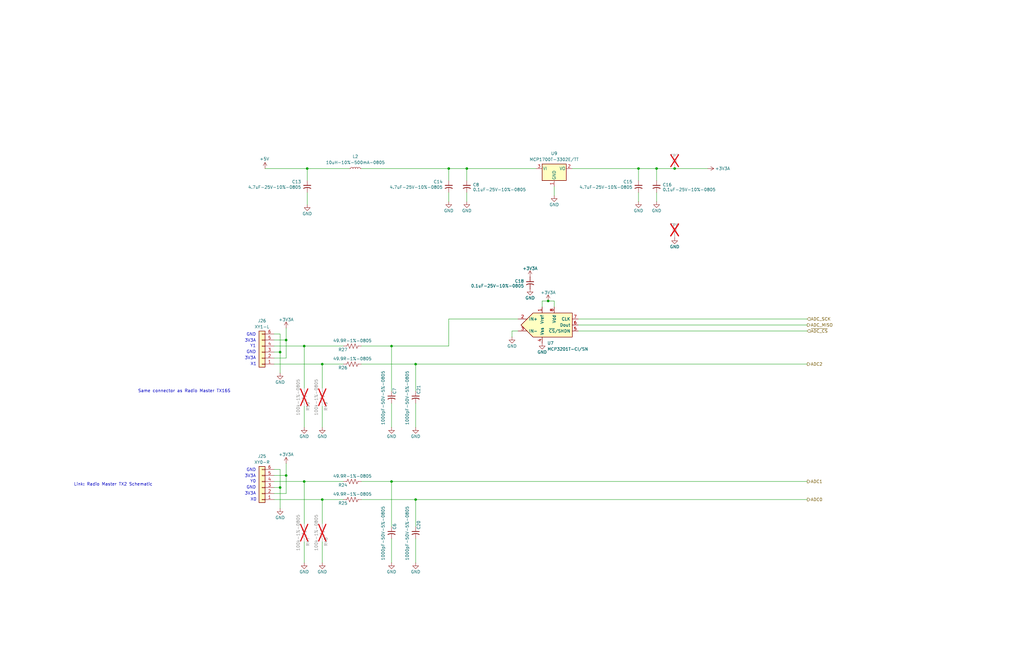
<source format=kicad_sch>
(kicad_sch (version 20250114) (generator "eeschema") (generator_version "9.0")
  (paper "B")
  (title_block (title "Pico Button Board") (date "2026-01-21") (rev "1"))
  (lib_symbols
    (symbol "Analog_ADC:MCP3201" (pin_names (offset 0.762))
      (property "Reference" "U" (at 3.81 8.89 0))
      (property "Value" "MCP3201" (at 3.81 6.35 0))
      (symbol "MCP3201_0_0"
        (polyline (pts (xy -11.43 0) (xy -6.35 5.08) (xy 10.16 5.08) (xy 10.16 -5.08) (xy -6.35 -5.08) (xy -11.43 0)) (stroke (width 0.254)) (fill (type background)))
      )
      (symbol "MCP3201_1_1"
        (pin input line (at -12.7 2.54 0) (length 3.81) (name "IN+") (number "2"))
        (pin input line (at -12.7 -2.54 0) (length 3.81) (name "IN-") (number "3"))
        (pin power_in line (at -2.54 7.62 270) (length 2.54) (name "Vref") (number "1"))
        (pin power_in line (at -2.54 -7.62 90) (length 2.54) (name "Vss") (number "4"))
        (pin power_in line (at 2.54 7.62 270) (length 2.54) (name "Vdd") (number "8"))
        (pin input line (at 12.7 2.54 180) (length 2.54) (name "CLK") (number "7"))
        (pin output line (at 12.7 0 180) (length 2.54) (name "Dout") (number "6"))
        (pin input line (at 12.7 -2.54 180) (length 2.54) (name "~{CS}/SHDN") (number "5"))
      )
    )
    (symbol "Connector:TestPoint" (pin_numbers (hide yes)) (pin_names (offset 0.762) (hide yes))
      (property "Reference" "TP" (at 0 6.858 0))
      (property "Value" "TestPoint" (at 0 5.08 0))
      (symbol "TestPoint_0_1"
        (circle (center 0 3.302) (radius 0.762))
      )
      (symbol "TestPoint_1_1"
        (pin passive line (at 0 0 90) (length 2.54) (name "1") (number "1"))
      )
    )
    (symbol "Connector_Generic:Conn_01x06" (pin_names (offset 1.016) (hide yes))
      (property "Reference" "J" (at 0 7.62 0))
      (property "Value" "Conn_01x06" (at 0 -10.16 0))
      (symbol "Conn_01x06_1_1"
        (rectangle (start -1.27 6.35) (end 1.27 -8.89) (stroke (width 0.254)) (fill (type background)))
        (rectangle (start -1.27 5.207) (end 0 4.953) (stroke (width 0.1524)))
        (rectangle (start -1.27 2.667) (end 0 2.413) (stroke (width 0.1524)))
        (rectangle (start -1.27 0.127) (end 0 -0.127) (stroke (width 0.1524)))
        (rectangle (start -1.27 -2.413) (end 0 -2.667) (stroke (width 0.1524)))
        (rectangle (start -1.27 -4.953) (end 0 -5.207) (stroke (width 0.1524)))
        (rectangle (start -1.27 -7.493) (end 0 -7.747) (stroke (width 0.1524)))
        (pin passive line (at -5.08 5.08 0) (length 3.81) (name "Pin_1") (number "1"))
        (pin passive line (at -5.08 2.54 0) (length 3.81) (name "Pin_2") (number "2"))
        (pin passive line (at -5.08 0 0) (length 3.81) (name "Pin_3") (number "3"))
        (pin passive line (at -5.08 -2.54 0) (length 3.81) (name "Pin_4") (number "4"))
        (pin passive line (at -5.08 -5.08 0) (length 3.81) (name "Pin_5") (number "5"))
        (pin passive line (at -5.08 -7.62 0) (length 3.81) (name "Pin_6") (number "6"))
      )
    )
    (symbol "Device:C_Small_US" (pin_numbers (hide yes)) (pin_names (offset 0.254) (hide yes))
      (property "Reference" "C" (at 0.254 1.778 0))
      (property "Value" "C_Small_US" (at 0.254 -2.032 0))
      (symbol "C_Small_US_0_1"
        (polyline (pts (xy -1.524 0.508) (xy 1.524 0.508)) (stroke (width 0.3048)))
        (arc (start -1.524 -0.762) (mid 0 -0.3734) (end 1.524 -0.762) (stroke (width 0.3048)))
      )
      (symbol "C_Small_US_1_1"
        (pin passive line (at 0 2.54 270) (length 2.032) (name "~") (number "1"))
        (pin passive line (at 0 -2.54 90) (length 2.032) (name "~") (number "2"))
      )
    )
    (symbol "Device:L_Small" (pin_numbers (hide yes)) (pin_names (offset 0.254) (hide yes))
      (property "Reference" "L" (at 0.762 1.016 0))
      (property "Value" "L_Small" (at 0.762 -1.016 0))
      (symbol "L_Small_0_1"
        (arc (start 0 2.032) (mid 0.5058 1.524) (end 0 1.016))
        (arc (start 0 1.016) (mid 0.5058 0.508) (end 0 0))
        (arc (start 0 0) (mid 0.5058 -0.508) (end 0 -1.016))
        (arc (start 0 -1.016) (mid 0.5058 -1.524) (end 0 -2.032))
      )
      (symbol "L_Small_1_1"
        (pin passive line (at 0 2.54 270) (length 0.508) (name "~") (number "1"))
        (pin passive line (at 0 -2.54 90) (length 0.508) (name "~") (number "2"))
      )
    )
    (symbol "Device:R_US" (pin_numbers (hide yes)) (pin_names (offset 0))
      (property "Reference" "R" (at 2.54 0 90))
      (property "Value" "R_US" (at -2.54 0 90))
      (symbol "R_US_0_1"
        (polyline (pts (xy 0 2.286) (xy 0 2.54)))
        (polyline (pts (xy 0 2.286) (xy 1.016 1.905) (xy 0 1.524) (xy -1.016 1.143) (xy 0 0.762)))
        (polyline (pts (xy 0 0.762) (xy 1.016 0.381) (xy 0 0) (xy -1.016 -0.381) (xy 0 -0.762)))
        (polyline (pts (xy 0 -0.762) (xy 1.016 -1.143) (xy 0 -1.524) (xy -1.016 -1.905) (xy 0 -2.286)))
        (polyline (pts (xy 0 -2.286) (xy 0 -2.54)))
      )
      (symbol "R_US_1_1"
        (pin passive line (at 0 3.81 270) (length 1.27) (name "~") (number "1"))
        (pin passive line (at 0 -3.81 90) (length 1.27) (name "~") (number "2"))
      )
    )
    (symbol "Regulator_Linear:MCP1700x-300xxTT" (pin_names (offset 0.254))
      (property "Reference" "U" (at -3.81 3.175 0))
      (property "Value" "MCP1700x-300xxTT" (at 0 3.175 0))
      (symbol "MCP1700x-300xxTT_0_1"
        (rectangle (start -5.08 1.905) (end 5.08 -5.08) (stroke (width 0.254)) (fill (type background)))
      )
      (symbol "MCP1700x-300xxTT_1_1"
        (pin power_in line (at -7.62 0 0) (length 2.54) (name "VI") (number "3"))
        (pin power_in line (at 0 -7.62 90) (length 2.54) (name "GND") (number "1"))
        (pin power_out line (at 7.62 0 180) (length 2.54) (name "VO") (number "2"))
      )
    )
    (symbol "power:+3V3" (power) (pin_numbers (hide yes)) (pin_names (offset 0) (hide yes))
      (property "Value" "+3V3" (at 0 3.556 0))
      (symbol "+3V3_0_1"
        (polyline (pts (xy -0.762 1.27) (xy 0 2.54)))
        (polyline (pts (xy 0 2.54) (xy 0.762 1.27)))
        (polyline (pts (xy 0 0) (xy 0 2.54)))
      )
      (symbol "+3V3_1_1"
        (pin power_in line (at 0 0 90) (length 0) (name "~") (number "1"))
      )
    )
    (symbol "power:+5V" (power) (pin_numbers (hide yes)) (pin_names (offset 0) (hide yes))
      (property "Value" "+5V" (at 0 3.556 0))
      (symbol "+5V_0_1"
        (polyline (pts (xy -0.762 1.27) (xy 0 2.54)))
        (polyline (pts (xy 0 2.54) (xy 0.762 1.27)))
        (polyline (pts (xy 0 0) (xy 0 2.54)))
      )
      (symbol "+5V_1_1"
        (pin power_in line (at 0 0 90) (length 0) (name "~") (number "1"))
      )
    )
    (symbol "power:GND" (power) (pin_numbers (hide yes)) (pin_names (offset 0) (hide yes))
      (property "Value" "GND" (at 0 -3.81 0))
      (symbol "GND_0_1"
        (polyline (pts (xy 0 0) (xy 0 -1.27) (xy 1.27 -1.27) (xy 0 -2.54) (xy -1.27 -1.27) (xy 0 -1.27)))
      )
      (symbol "GND_1_1"
        (pin power_in line (at 0 0 270) (length 0) (name "~") (number "1"))
      )
    )
  )
  (text "3V3A" (at 107.95 143.764 0) (effects (font (size 1.27 1.27)) (justify right)))
  (text "Y0" (at 107.95 203.2 0) (effects (font (size 1.27 1.27)) (justify right)))
  (text "3V3A" (at 107.95 151.13 0) (effects (font (size 1.27 1.27)) (justify right)))
  (text "X1" (at 108.204 153.67 0) (effects (font (size 1.27 1.27)) (justify right)))
  (text "GND" (at 107.95 198.374 0) (effects (font (size 1.27 1.27)) (justify right)))
  (text "Y1" (at 107.95 146.05 0) (effects (font (size 1.27 1.27)) (justify right)))
  (text "Link: Radio Master TX2 Schematic" (at 47.752 204.47 0) (effects (font (size 1.27 1.27))))
  (text "3V3A" (at 107.95 208.28 0) (effects (font (size 1.27 1.27)) (justify right)))
  (text "GND" (at 107.95 141.224 0) (effects (font (size 1.27 1.27)) (justify right)))
  (text "3V3A" (at 107.95 200.914 0) (effects (font (size 1.27 1.27)) (justify right)))
  (text "GND" (at 107.95 205.74 0) (effects (font (size 1.27 1.27)) (justify right)))
  (text "GND" (at 107.95 148.59 0) (effects (font (size 1.27 1.27)) (justify right)))
  (text "Same connector as Radio Master TX16S" (at 77.724 165.1 0) (effects (font (size 1.27 1.27))))
  (text "X0" (at 108.204 210.82 0) (effects (font (size 1.27 1.27)) (justify right)))
  (junction (at 135.89 210.82))
  (junction (at 165.1 203.2))
  (junction (at 135.89 153.67))
  (junction (at 284.48 71.12))
  (junction (at 269.24 71.12))
  (junction (at 196.85 71.12))
  (junction (at 118.11 205.74))
  (junction (at 165.1 146.05))
  (junction (at 120.65 200.66))
  (junction (at 120.65 143.51))
  (junction (at 175.26 153.67))
  (junction (at 128.27 146.05))
  (junction (at 175.26 210.82))
  (junction (at 231.14 127))
  (junction (at 189.23 71.12))
  (junction (at 276.86 71.12))
  (junction (at 129.54 71.12))
  (junction (at 128.27 203.2))
  (junction (at 118.11 148.59))
  (wire (pts (xy 165.1 227.33) (xy 165.1 237.49)))
  (wire (pts (xy 135.89 153.67) (xy 144.78 153.67)))
  (wire (pts (xy 129.54 71.12) (xy 129.54 76.2)))
  (wire (pts (xy 115.57 203.2) (xy 128.27 203.2)))
  (wire (pts (xy 129.54 81.28) (xy 129.54 86.36)))
  (wire (pts (xy 152.4 153.67) (xy 175.26 153.67)))
  (wire (pts (xy 196.85 71.12) (xy 226.06 71.12)))
  (wire (pts (xy 284.48 71.12) (xy 298.45 71.12)))
  (wire (pts (xy 228.6 129.54) (xy 228.6 127)))
  (wire (pts (xy 196.85 71.12) (xy 196.85 76.2)))
  (wire (pts (xy 243.84 137.16) (xy 340.36 137.16)))
  (wire (pts (xy 128.27 171.45) (xy 128.27 180.34)))
  (wire (pts (xy 233.68 127) (xy 233.68 129.54)))
  (wire (pts (xy 276.86 71.12) (xy 284.48 71.12)))
  (wire (pts (xy 233.68 78.74) (xy 233.68 82.55)))
  (wire (pts (xy 189.23 71.12) (xy 189.23 76.2)))
  (wire (pts (xy 165.1 203.2) (xy 165.1 222.25)))
  (wire (pts (xy 118.11 198.12) (xy 115.57 198.12)))
  (wire (pts (xy 276.86 71.12) (xy 276.86 76.2)))
  (wire (pts (xy 128.27 203.2) (xy 128.27 220.98)))
  (wire (pts (xy 189.23 134.62) (xy 189.23 146.05)))
  (wire (pts (xy 135.89 171.45) (xy 135.89 180.34)))
  (wire (pts (xy 135.89 153.67) (xy 135.89 163.83)))
  (wire (pts (xy 175.26 210.82) (xy 175.26 222.25)))
  (wire (pts (xy 175.26 170.18) (xy 175.26 180.34)))
  (wire (pts (xy 120.65 151.13) (xy 115.57 151.13)))
  (wire (pts (xy 118.11 140.97) (xy 115.57 140.97)))
  (wire (pts (xy 135.89 210.82) (xy 135.89 220.98)))
  (wire (pts (xy 165.1 203.2) (xy 340.36 203.2)))
  (wire (pts (xy 276.86 81.28) (xy 276.86 85.09)))
  (wire (pts (xy 115.57 143.51) (xy 120.65 143.51)))
  (wire (pts (xy 129.54 71.12) (xy 147.32 71.12)))
  (wire (pts (xy 243.84 139.7) (xy 340.36 139.7)))
  (wire (pts (xy 128.27 146.05) (xy 128.27 163.83)))
  (wire (pts (xy 118.11 148.59) (xy 118.11 140.97)))
  (wire (pts (xy 120.65 195.58) (xy 120.65 200.66)))
  (wire (pts (xy 165.1 170.18) (xy 165.1 180.34)))
  (wire (pts (xy 118.11 157.48) (xy 118.11 148.59)))
  (wire (pts (xy 269.24 71.12) (xy 269.24 76.2)))
  (wire (pts (xy 218.44 134.62) (xy 189.23 134.62)))
  (wire (pts (xy 228.6 127) (xy 231.14 127)))
  (wire (pts (xy 241.3 71.12) (xy 269.24 71.12)))
  (wire (pts (xy 215.9 139.7) (xy 215.9 142.24)))
  (wire (pts (xy 231.14 127) (xy 233.68 127)))
  (wire (pts (xy 120.65 208.28) (xy 115.57 208.28)))
  (wire (pts (xy 118.11 205.74) (xy 118.11 198.12)))
  (wire (pts (xy 175.26 153.67) (xy 340.36 153.67)))
  (wire (pts (xy 111.76 71.12) (xy 129.54 71.12)))
  (wire (pts (xy 165.1 146.05) (xy 165.1 165.1)))
  (wire (pts (xy 152.4 146.05) (xy 165.1 146.05)))
  (wire (pts (xy 165.1 146.05) (xy 189.23 146.05)))
  (wire (pts (xy 115.57 153.67) (xy 135.89 153.67)))
  (wire (pts (xy 152.4 71.12) (xy 189.23 71.12)))
  (wire (pts (xy 189.23 71.12) (xy 196.85 71.12)))
  (wire (pts (xy 175.26 227.33) (xy 175.26 237.49)))
  (wire (pts (xy 115.57 146.05) (xy 128.27 146.05)))
  (wire (pts (xy 243.84 134.62) (xy 340.36 134.62)))
  (wire (pts (xy 135.89 228.6) (xy 135.89 237.49)))
  (wire (pts (xy 175.26 210.82) (xy 340.36 210.82)))
  (wire (pts (xy 120.65 138.43) (xy 120.65 143.51)))
  (wire (pts (xy 115.57 200.66) (xy 120.65 200.66)))
  (wire (pts (xy 120.65 200.66) (xy 120.65 208.28)))
  (wire (pts (xy 196.85 81.28) (xy 196.85 85.09)))
  (wire (pts (xy 135.89 210.82) (xy 144.78 210.82)))
  (wire (pts (xy 152.4 203.2) (xy 165.1 203.2)))
  (wire (pts (xy 128.27 228.6) (xy 128.27 237.49)))
  (wire (pts (xy 175.26 153.67) (xy 175.26 165.1)))
  (wire (pts (xy 115.57 205.74) (xy 118.11 205.74)))
  (wire (pts (xy 218.44 139.7) (xy 215.9 139.7)))
  (wire (pts (xy 269.24 71.12) (xy 276.86 71.12)))
  (wire (pts (xy 120.65 143.51) (xy 120.65 151.13)))
  (wire (pts (xy 269.24 81.28) (xy 269.24 85.09)))
  (wire (pts (xy 115.57 210.82) (xy 135.89 210.82)))
  (wire (pts (xy 128.27 203.2) (xy 144.78 203.2)))
  (wire (pts (xy 118.11 214.63) (xy 118.11 205.74)))
  (wire (pts (xy 128.27 146.05) (xy 144.78 146.05)))
  (wire (pts (xy 152.4 210.82) (xy 175.26 210.82)))
  (wire (pts (xy 115.57 148.59) (xy 118.11 148.59)))
  (wire (pts (xy 189.23 81.28) (xy 189.23 85.09)))
  (hierarchical_label "ADC2" (shape output) (at 340.36 153.67 0))
  (hierarchical_label "ADC0" (shape output) (at 340.36 210.82 0))
  (hierarchical_label "ADC_SCK" (shape input) (at 340.36 134.62 0))
  (hierarchical_label "ADC_MISO" (shape output) (at 340.36 137.16 0))
  (hierarchical_label "~{ADC_CS}" (shape input) (at 340.36 139.7 0))
  (hierarchical_label "ADC1" (shape output) (at 340.36 203.2 0))
  (symbol (lib_id "power:+3V3") (at 120.65 138.43 0) (unit 1)
    (property "Reference" "#PWR0304" (effects (hide yes)))
    (property "Value" "+3V3A" (at 120.65 134.874 0))
    (property "Description" "Power symbol creates a global label with name \"+3V3\"" (effects (hide yes)))
  )
  (symbol (lib_id "Device:C_Small_US") (at 276.86 78.74 0) (mirror y) (unit 1)
    (property "Reference" "C16" (at 279.4 77.978 0) (effects (justify right)))
    (property "Value" "0.1uF-25V-10%-0805" (at 279.4 80.01 0) (effects (justify right)))
    (property "Footprint" "Capacitor_SMD:C_0805_2012Metric_Pad1.18x1.45mm_HandSolder" (effects (hide yes)))
    (property "Description" "capacitor, small US symbol" (effects (hide yes)))
    (property "DIST" "Digikey" (effects (hide yes)))
    (property "DIST P/N" "CC0805KRX7R8BB104" (effects (hide yes)))
    (property "MFG" "YAGEO" (effects (hide yes)))
    (property "MFG P/N" "311-1141-1-ND" (effects (hide yes)))
  )
  (symbol (lib_id "Connector:TestPoint") (at 284.48 71.12 0) (unit 1) (dnp yes)
    (property "Reference" "TP7" (at 284.48 65.786 0))
    (property "Value" "3V3A" (effects (hide yes)))
    (property "Footprint" "TestPoint:TestPoint_Keystone_5000-5004_Miniature" (effects (hide yes)))
    (property "Description" "test point" (effects (hide yes)))
  )
  (symbol (lib_id "Connector_Generic:Conn_01x06") (at 110.49 205.74 180) (unit 1)
    (property "Reference" "J25" (at 110.49 192.532 0))
    (property "Value" "XY0-R" (at 110.49 195.072 0))
    (property "Footprint" "Pico-ButtonBoard:Molex_PicoBlade_53047-0610_1x06_P1.25mm_Vertical" (effects (hide yes)))
    (property "Datasheet" "Components/Molex-530470610.pdf" (effects (hide yes)))
    (property "Description" "Generic connector, single row, 01x06, script generated (kicad-library-utils/schlib/autogen/connector/)" (effects (hide yes)))
    (property "MFG" "Molex" (effects (hide yes)))
    (property "MFG P/N" "530470610" (effects (hide yes)))
    (property "DIST" "Digikey" (effects (hide yes)))
    (property "DIST P/N" "WM1735-ND" (effects (hide yes)))
  )
  (symbol (lib_id "power:+3V3") (at 231.14 127 0) (mirror y) (unit 1)
    (property "Reference" "#PWR0311" (effects (hide yes)))
    (property "Value" "+3V3A" (at 231.14 123.444 0))
    (property "Description" "Power symbol creates a global label with name \"+3V3\"" (effects (hide yes)))
  )
  (symbol (lib_id "power:GND") (at 215.9 142.24 0) (mirror y) (unit 1)
    (property "Reference" "#PWR0322" (effects (hide yes)))
    (property "Value" "GND" (at 215.9 146.05 0))
  )
  (symbol (lib_id "power:GND") (at 223.52 121.92 0) (mirror y) (unit 1)
    (property "Reference" "#PWR0310" (effects (hide yes)))
    (property "Value" "GND" (at 223.52 125.73 0))
  )
  (symbol (lib_id "power:+3V3") (at 120.65 195.58 0) (unit 1)
    (property "Reference" "#PWR0305" (effects (hide yes)))
    (property "Value" "+3V3A" (at 120.65 191.77 0))
    (property "Description" "Power symbol creates a global label with name \"+3V3\"" (effects (hide yes)))
  )
  (symbol (lib_id "Device:R_US") (at 148.59 210.82 270) (unit 1)
    (property "Reference" "R25" (at 146.558 212.344 90) (effects (justify right)))
    (property "Value" "49.9R-1%-0805" (at 148.59 208.534 90))
    (property "Footprint" "Resistor_SMD:R_0805_2012Metric_Pad1.20x1.40mm_HandSolder" (effects (hide yes)))
    (property "Description" "Resistor, US symbol" (effects (hide yes)))
    (property "MFG" "Stackpole" (effects (hide yes)))
    (property "MFG P/N" "RMCF0805FT49R9" (effects (hide yes)))
    (property "DIST" "Digikey" (effects (hide yes)))
    (property "DIST P/N" "RMCF0805FT49R9CT-ND" (effects (hide yes)))
  )
  (symbol (lib_id "power:GND") (at 165.1 237.49 0) (mirror y) (unit 1)
    (property "Reference" "#PWR0319" (effects (hide yes)))
    (property "Value" "GND" (at 165.1 241.3 0))
  )
  (symbol (lib_id "Device:R_US") (at 128.27 167.64 180) (unit 1) (dnp yes)
    (property "Reference" "R50" (at 129.794 171.45 90))
    (property "Value" "100k-1%-0805" (at 125.73 167.64 90))
    (property "Footprint" "Resistor_SMD:R_0805_2012Metric_Pad1.20x1.40mm_HandSolder" (effects (hide yes)))
    (property "Description" "Resistor, US symbol" (effects (hide yes)))
    (property "MFG" "YAGEO" (effects (hide yes)))
    (property "MFG P/N" "RC0805FR-07100KL" (effects (hide yes)))
    (property "DIST" "Digikey" (effects (hide yes)))
    (property "DIST P/N" "311-100KCRCT-ND" (effects (hide yes)))
  )
  (symbol (lib_id "power:GND") (at 135.89 237.49 0) (mirror y) (unit 1)
    (property "Reference" "#PWR0318" (effects (hide yes)))
    (property "Value" "GND" (at 135.89 241.3 0))
  )
  (symbol (lib_id "power:GND") (at 175.26 237.49 0) (mirror y) (unit 1)
    (property "Reference" "#PWR0321" (effects (hide yes)))
    (property "Value" "GND" (at 175.26 241.3 0))
  )
  (symbol (lib_id "power:GND") (at 233.68 82.55 0) (mirror y) (unit 1)
    (property "Reference" "#PWR0306" (effects (hide yes)))
    (property "Value" "GND" (at 233.68 86.36 0))
  )
  (symbol (lib_id "power:GND") (at 128.27 180.34 0) (mirror y) (unit 1)
    (property "Reference" "#PWR0313" (effects (hide yes)))
    (property "Value" "GND" (at 128.27 184.15 0))
  )
  (symbol (lib_id "power:GND") (at 196.85 85.09 0) (mirror y) (unit 1)
    (property "Reference" "#PWR0303" (effects (hide yes)))
    (property "Value" "GND" (at 196.85 88.9 0))
  )
  (symbol (lib_id "Device:C_Small_US") (at 165.1 224.79 0) (unit 1)
    (property "Reference" "C6" (at 166.37 223.52 90) (effects (justify left)))
    (property "Value" "1000pF-50V-5%-0805" (at 161.544 225.044 90))
    (property "Footprint" "Capacitor_SMD:C_0805_2012Metric_Pad1.18x1.45mm_HandSolder" (effects (hide yes)))
    (property "Description" "capacitor, small US symbol" (effects (hide yes)))
    (property "DIST" "Digikey" (effects (hide yes)))
    (property "DIST P/N" "399-C0805C102J5GACTUCT-ND" (effects (hide yes)))
    (property "MFG" "KEMET" (effects (hide yes)))
    (property "MFG P/N" "C0805C102J5GACTU" (effects (hide yes)))
  )
  (symbol (lib_id "Device:C_Small_US") (at 165.1 167.64 0) (unit 1)
    (property "Reference" "C7" (at 166.37 166.37 90) (effects (justify left)))
    (property "Value" "1000pF-50V-5%-0805" (at 161.544 167.894 90))
    (property "Footprint" "Capacitor_SMD:C_0805_2012Metric_Pad1.18x1.45mm_HandSolder" (effects (hide yes)))
    (property "Description" "capacitor, small US symbol" (effects (hide yes)))
    (property "DIST" "Digikey" (effects (hide yes)))
    (property "DIST P/N" "399-C0805C102J5GACTUCT-ND" (effects (hide yes)))
    (property "MFG" "KEMET" (effects (hide yes)))
    (property "MFG P/N" "C0805C102J5GACTU" (effects (hide yes)))
  )
  (symbol (lib_id "Device:R_US") (at 148.59 146.05 270) (unit 1)
    (property "Reference" "R27" (at 146.558 147.574 90) (effects (justify right)))
    (property "Value" "49.9R-1%-0805" (at 148.59 143.764 90))
    (property "Footprint" "Resistor_SMD:R_0805_2012Metric_Pad1.20x1.40mm_HandSolder" (effects (hide yes)))
    (property "Description" "Resistor, US symbol" (effects (hide yes)))
    (property "MFG" "Stackpole" (effects (hide yes)))
    (property "MFG P/N" "RMCF0805FT49R9" (effects (hide yes)))
    (property "DIST" "Digikey" (effects (hide yes)))
    (property "DIST P/N" "RMCF0805FT49R9CT-ND" (effects (hide yes)))
  )
  (symbol (lib_id "Device:R_US") (at 148.59 153.67 270) (unit 1)
    (property "Reference" "R26" (at 146.558 155.194 90) (effects (justify right)))
    (property "Value" "49.9R-1%-0805" (at 148.59 151.384 90))
    (property "Footprint" "Resistor_SMD:R_0805_2012Metric_Pad1.20x1.40mm_HandSolder" (effects (hide yes)))
    (property "Description" "Resistor, US symbol" (effects (hide yes)))
    (property "MFG" "Stackpole" (effects (hide yes)))
    (property "MFG P/N" "RMCF0805FT49R9" (effects (hide yes)))
    (property "DIST" "Digikey" (effects (hide yes)))
    (property "DIST P/N" "RMCF0805FT49R9CT-ND" (effects (hide yes)))
  )
  (symbol (lib_id "power:+3V3") (at 298.45 71.12 270) (unit 1)
    (property "Reference" "#PWR0326" (effects (hide yes)))
    (property "Value" "+3V3A" (at 301.498 71.12 90) (effects (justify left)))
    (property "Description" "Power symbol creates a global label with name \"+3V3\"" (effects (hide yes)))
  )
  (symbol (lib_id "Analog_ADC:MCP3201") (at 231.14 137.16 0) (unit 1)
    (property "Reference" "U7" (at 230.7433 144.78 0) (effects (justify left)))
    (property "Value" "MCP3201T-CI/SN" (at 230.7433 147.32 0) (effects (justify left)))
    (property "Footprint" "Package_SO:SO-8_3.9x4.9mm_P1.27mm" (effects (hide yes)))
    (property "Datasheet" "Components/Microchip-MCP3201.pdf" (effects (hide yes)))
    (property "Description" "2.7V 12-Bit A/D Converter with SPI™ Serial Interface, PDIP-8/SOIC-8/MSOP-8/TSSOP-8" (effects (hide yes)))
    (property "MFG" "Microchip" (effects (hide yes)))
    (property "MFG P/N" "MCP3201T-CI/SN" (effects (hide yes)))
    (property "DIST" "Digikey" (effects (hide yes)))
    (property "DIST P/N" "MCP3201T-CI/SNCT-ND" (effects (hide yes)))
  )
  (symbol (lib_id "power:GND") (at 189.23 85.09 0) (mirror y) (unit 1)
    (property "Reference" "#PWR0302" (effects (hide yes)))
    (property "Value" "GND" (at 189.23 88.9 0))
  )
  (symbol (lib_id "Device:L_Small") (at 149.86 71.12 90) (unit 1)
    (property "Reference" "L2" (at 149.86 66.04 90))
    (property "Value" "10uH-10%-500mA-0805" (at 149.86 68.58 90))
    (property "Footprint" "Inductor_SMD:L_0805_2012Metric_Pad1.05x1.20mm_HandSolder" (effects (hide yes)))
    (property "Datasheet" "Components/TDK_inductor_commercial_decoupling_mlz2012_en.pdf" (effects (hide yes)))
    (property "Description" "10 µH Shielded Multilayer Inductor 500 mA 300mOhm 0805 (2012 Metric)" (effects (hide yes)))
    (property "MFG" "TDK" (effects (hide yes)))
    (property "MFG P/N" "MLZ2012N100LT000" (effects (hide yes)))
    (property "DIST" "Digikey" (effects (hide yes)))
    (property "DIST P/N" "445-6762-1-ND" (effects (hide yes)))
  )
  (symbol (lib_id "power:GND") (at 284.48 100.33 0) (mirror y) (unit 1)
    (property "Reference" "#PWR0325" (effects (hide yes)))
    (property "Value" "GND" (at 284.48 104.14 0))
  )
  (symbol (lib_id "power:GND") (at 118.11 157.48 0) (mirror y) (unit 1)
    (property "Reference" "#PWR0324" (effects (hide yes)))
    (property "Value" "GND" (at 118.11 161.29 0))
  )
  (symbol (lib_id "power:GND") (at 135.89 180.34 0) (mirror y) (unit 1)
    (property "Reference" "#PWR0314" (effects (hide yes)))
    (property "Value" "GND" (at 135.89 184.15 0))
  )
  (symbol (lib_id "Device:C_Small_US") (at 223.52 119.38 0) (unit 1)
    (property "Reference" "C18" (at 220.98 118.618 0) (effects (justify right)))
    (property "Value" "0.1uF-25V-10%-0805" (at 220.98 120.65 0) (effects (justify right)))
    (property "Footprint" "Capacitor_SMD:C_0805_2012Metric_Pad1.18x1.45mm_HandSolder" (effects (hide yes)))
    (property "Description" "capacitor, small US symbol" (effects (hide yes)))
    (property "DIST" "Digikey" (effects (hide yes)))
    (property "DIST P/N" "CC0805KRX7R8BB104" (effects (hide yes)))
    (property "MFG" "YAGEO" (effects (hide yes)))
    (property "MFG P/N" "311-1141-1-ND" (effects (hide yes)))
  )
  (symbol (lib_id "power:GND") (at 269.24 85.09 0) (mirror y) (unit 1)
    (property "Reference" "#PWR0307" (effects (hide yes)))
    (property "Value" "GND" (at 269.24 88.9 0))
  )
  (symbol (lib_id "power:GND") (at 118.11 214.63 0) (mirror y) (unit 1)
    (property "Reference" "#PWR0323" (effects (hide yes)))
    (property "Value" "GND" (at 118.11 218.44 0))
  )
  (symbol (lib_id "Device:C_Small_US") (at 196.85 78.74 0) (mirror y) (unit 1)
    (property "Reference" "C8" (at 199.39 77.978 0) (effects (justify right)))
    (property "Value" "0.1uF-25V-10%-0805" (at 199.39 80.01 0) (effects (justify right)))
    (property "Footprint" "Capacitor_SMD:C_0805_2012Metric_Pad1.18x1.45mm_HandSolder" (effects (hide yes)))
    (property "Description" "capacitor, small US symbol" (effects (hide yes)))
    (property "DIST" "Digikey" (effects (hide yes)))
    (property "DIST P/N" "CC0805KRX7R8BB104" (effects (hide yes)))
    (property "MFG" "YAGEO" (effects (hide yes)))
    (property "MFG P/N" "311-1141-1-ND" (effects (hide yes)))
  )
  (symbol (lib_id "power:GND") (at 276.86 85.09 0) (mirror y) (unit 1)
    (property "Reference" "#PWR0309" (effects (hide yes)))
    (property "Value" "GND" (at 276.86 88.9 0))
  )
  (symbol (lib_id "Device:R_US") (at 135.89 224.79 180) (unit 1) (dnp yes)
    (property "Reference" "R48" (at 137.414 228.6 90))
    (property "Value" "100k-1%-0805" (at 133.35 224.79 90))
    (property "Footprint" "Resistor_SMD:R_0805_2012Metric_Pad1.20x1.40mm_HandSolder" (effects (hide yes)))
    (property "Description" "Resistor, US symbol" (effects (hide yes)))
    (property "MFG" "YAGEO" (effects (hide yes)))
    (property "MFG P/N" "RC0805FR-07100KL" (effects (hide yes)))
    (property "DIST" "Digikey" (effects (hide yes)))
    (property "DIST P/N" "311-100KCRCT-ND" (effects (hide yes)))
  )
  (symbol (lib_id "power:GND") (at 129.54 86.36 0) (unit 1)
    (property "Reference" "#PWR0308" (effects (hide yes)))
    (property "Value" "GND" (at 129.54 90.17 0))
    (property "Description" "Power symbol creates a global label with name \"GND\" , ground" (effects (hide yes)))
  )
  (symbol (lib_id "power:+5V") (at 111.76 71.12 0) (mirror y) (unit 1)
    (property "Reference" "#PWR0301" (effects (hide yes)))
    (property "Value" "+5V" (at 111.506 67.056 0))
    (property "Description" "Power symbol creates a global label with name \"+5V\"" (effects (hide yes)))
  )
  (symbol (lib_id "power:+3V3") (at 223.52 116.84 0) (mirror y) (unit 1)
    (property "Reference" "#PWR0320" (effects (hide yes)))
    (property "Value" "+3V3A" (at 223.52 113.284 0))
    (property "Description" "Power symbol creates a global label with name \"+3V3\"" (effects (hide yes)))
  )
  (symbol (lib_id "power:GND") (at 228.6 144.78 0) (mirror y) (unit 1)
    (property "Reference" "#PWR0312" (effects (hide yes)))
    (property "Value" "GND" (at 228.6 148.59 0))
  )
  (symbol (lib_id "Device:C_Small_US") (at 129.54 78.74 0) (unit 1)
    (property "Reference" "C13" (at 127 76.708 0) (effects (justify right)))
    (property "Value" "4.7uF-25V-10%-0805" (at 127 78.994 0) (effects (justify right)))
    (property "Footprint" "Capacitor_SMD:C_0805_2012Metric_Pad1.18x1.45mm_HandSolder" (effects (hide yes)))
    (property "Description" "capacitor, small US symbol" (effects (hide yes)))
    (property "DIST" "Digikey" (effects (hide yes)))
    (property "DIST P/N" "445-4116-1-ND" (effects (hide yes)))
    (property "MFG" "TDK" (effects (hide yes)))
    (property "MFG P/N" "C2012X5R1E475K125AB" (effects (hide yes)))
  )
  (symbol (lib_id "Connector:TestPoint") (at 284.48 100.33 0) (unit 1) (dnp yes)
    (property "Reference" "TP4" (at 284.48 94.996 0))
    (property "Value" "GND" (effects (hide yes)))
    (property "Footprint" "TestPoint:TestPoint_Keystone_5000-5004_Miniature" (effects (hide yes)))
    (property "Description" "test point" (effects (hide yes)))
  )
  (symbol (lib_id "Device:C_Small_US") (at 175.26 224.79 0) (unit 1)
    (property "Reference" "C20" (at 176.53 223.52 90) (effects (justify left)))
    (property "Value" "1000pF-50V-5%-0805" (at 171.704 225.044 90))
    (property "Footprint" "Capacitor_SMD:C_0805_2012Metric_Pad1.18x1.45mm_HandSolder" (effects (hide yes)))
    (property "Description" "capacitor, small US symbol" (effects (hide yes)))
    (property "DIST" "Digikey" (effects (hide yes)))
    (property "DIST P/N" "399-C0805C102J5GACTUCT-ND" (effects (hide yes)))
    (property "MFG" "KEMET" (effects (hide yes)))
    (property "MFG P/N" "C0805C102J5GACTU" (effects (hide yes)))
  )
  (symbol (lib_id "Regulator_Linear:MCP1700x-300xxTT") (at 233.68 71.12 0) (unit 1)
    (property "Reference" "U9" (at 233.68 64.77 0))
    (property "Value" "MCP1700T-3302E/TT" (at 233.68 67.31 0))
    (property "Footprint" "Package_TO_SOT_SMD:SOT-23-3" (effects (hide yes)))
    (property "Datasheet" "Components/Microchip-MCP1700.pdf" (effects (hide yes)))
    (property "Description" "250mA Low Quiscent Current LDO, 3.0V output, SOT-23" (effects (hide yes)))
    (property "MFG" "Microchip" (effects (hide yes)))
    (property "MFG P/N" "MCP1700T-3302E/TT" (effects (hide yes)))
    (property "DIST" "Digikey" (effects (hide yes)))
    (property "DIST P/N" "MCP1700T3302ETTCT-ND" (effects (hide yes)))
  )
  (symbol (lib_id "Device:R_US") (at 148.59 203.2 270) (unit 1)
    (property "Reference" "R24" (at 146.558 204.724 90) (effects (justify right)))
    (property "Value" "49.9R-1%-0805" (at 148.59 200.914 90))
    (property "Footprint" "Resistor_SMD:R_0805_2012Metric_Pad1.20x1.40mm_HandSolder" (effects (hide yes)))
    (property "Description" "Resistor, US symbol" (effects (hide yes)))
    (property "MFG" "Stackpole" (effects (hide yes)))
    (property "MFG P/N" "RMCF0805FT49R9" (effects (hide yes)))
    (property "DIST" "Digikey" (effects (hide yes)))
    (property "DIST P/N" "RMCF0805FT49R9CT-ND" (effects (hide yes)))
  )
  (symbol (lib_id "Device:C_Small_US") (at 189.23 78.74 0) (unit 1)
    (property "Reference" "C14" (at 186.69 76.708 0) (effects (justify right)))
    (property "Value" "4.7uF-25V-10%-0805" (at 186.69 78.994 0) (effects (justify right)))
    (property "Footprint" "Capacitor_SMD:C_0805_2012Metric_Pad1.18x1.45mm_HandSolder" (effects (hide yes)))
    (property "Description" "capacitor, small US symbol" (effects (hide yes)))
    (property "DIST" "Digikey" (effects (hide yes)))
    (property "DIST P/N" "445-4116-1-ND" (effects (hide yes)))
    (property "MFG" "TDK" (effects (hide yes)))
    (property "MFG P/N" "C2012X5R1E475K125AB" (effects (hide yes)))
  )
  (symbol (lib_id "power:GND") (at 165.1 180.34 0) (mirror y) (unit 1)
    (property "Reference" "#PWR0315" (effects (hide yes)))
    (property "Value" "GND" (at 165.1 184.15 0))
  )
  (symbol (lib_id "Device:C_Small_US") (at 269.24 78.74 0) (unit 1)
    (property "Reference" "C15" (at 266.7 76.708 0) (effects (justify right)))
    (property "Value" "4.7uF-25V-10%-0805" (at 266.7 78.994 0) (effects (justify right)))
    (property "Footprint" "Capacitor_SMD:C_0805_2012Metric_Pad1.18x1.45mm_HandSolder" (effects (hide yes)))
    (property "Description" "capacitor, small US symbol" (effects (hide yes)))
    (property "DIST" "Digikey" (effects (hide yes)))
    (property "DIST P/N" "445-4116-1-ND" (effects (hide yes)))
    (property "MFG" "TDK" (effects (hide yes)))
    (property "MFG P/N" "C2012X5R1E475K125AB" (effects (hide yes)))
  )
  (symbol (lib_id "power:GND") (at 128.27 237.49 0) (mirror y) (unit 1)
    (property "Reference" "#PWR0317" (effects (hide yes)))
    (property "Value" "GND" (at 128.27 241.3 0))
  )
  (symbol (lib_id "power:GND") (at 175.26 180.34 0) (mirror y) (unit 1)
    (property "Reference" "#PWR0316" (effects (hide yes)))
    (property "Value" "GND" (at 175.26 184.15 0))
  )
  (symbol (lib_id "Connector_Generic:Conn_01x06") (at 110.49 148.59 180) (unit 1)
    (property "Reference" "J26" (at 110.49 135.382 0))
    (property "Value" "XY1-L" (at 110.49 137.922 0))
    (property "Footprint" "Pico-ButtonBoard:Molex_PicoBlade_53047-0610_1x06_P1.25mm_Vertical" (effects (hide yes)))
    (property "Datasheet" "Components/Molex-530470610.pdf" (effects (hide yes)))
    (property "Description" "Generic connector, single row, 01x06, script generated (kicad-library-utils/schlib/autogen/connector/)" (effects (hide yes)))
    (property "MFG" "Molex" (effects (hide yes)))
    (property "MFG P/N" "530470610" (effects (hide yes)))
    (property "DIST" "Digikey" (effects (hide yes)))
    (property "DIST P/N" "WM1735-ND" (effects (hide yes)))
  )
  (symbol (lib_id "Device:R_US") (at 135.89 167.64 180) (unit 1) (dnp yes)
    (property "Reference" "R49" (at 137.414 171.45 90))
    (property "Value" "100k-1%-0805" (at 133.35 167.64 90))
    (property "Footprint" "Resistor_SMD:R_0805_2012Metric_Pad1.20x1.40mm_HandSolder" (effects (hide yes)))
    (property "Description" "Resistor, US symbol" (effects (hide yes)))
    (property "MFG" "YAGEO" (effects (hide yes)))
    (property "MFG P/N" "RC0805FR-07100KL" (effects (hide yes)))
    (property "DIST" "Digikey" (effects (hide yes)))
    (property "DIST P/N" "311-100KCRCT-ND" (effects (hide yes)))
  )
  (symbol (lib_id "Device:C_Small_US") (at 175.26 167.64 0) (unit 1)
    (property "Reference" "C21" (at 176.53 166.37 90) (effects (justify left)))
    (property "Value" "1000pF-50V-5%-0805" (at 171.704 167.894 90))
    (property "Footprint" "Capacitor_SMD:C_0805_2012Metric_Pad1.18x1.45mm_HandSolder" (effects (hide yes)))
    (property "Description" "capacitor, small US symbol" (effects (hide yes)))
    (property "DIST" "Digikey" (effects (hide yes)))
    (property "DIST P/N" "399-C0805C102J5GACTUCT-ND" (effects (hide yes)))
    (property "MFG" "KEMET" (effects (hide yes)))
    (property "MFG P/N" "C0805C102J5GACTU" (effects (hide yes)))
  )
  (symbol (lib_id "Device:R_US") (at 128.27 224.79 180) (unit 1) (dnp yes)
    (property "Reference" "R47" (at 129.794 228.6 90))
    (property "Value" "100k-1%-0805" (at 125.73 224.79 90))
    (property "Footprint" "Resistor_SMD:R_0805_2012Metric_Pad1.20x1.40mm_HandSolder" (effects (hide yes)))
    (property "Description" "Resistor, US symbol" (effects (hide yes)))
    (property "MFG" "YAGEO" (effects (hide yes)))
    (property "MFG P/N" "RC0805FR-07100KL" (effects (hide yes)))
    (property "DIST" "Digikey" (effects (hide yes)))
    (property "DIST P/N" "311-100KCRCT-ND" (effects (hide yes)))
  )
)
</source>
